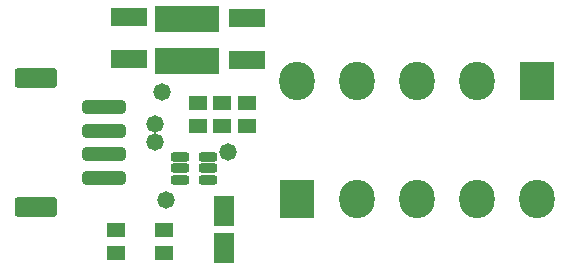
<source format=gbr>
G04*
G04 #@! TF.GenerationSoftware,Altium Limited,Altium Designer,23.0.1 (38)*
G04*
G04 Layer_Color=8388736*
%FSLAX25Y25*%
%MOIN*%
G70*
G04*
G04 #@! TF.SameCoordinates,522C3931-FE7E-4C40-AD20-8D3CB5E53036*
G04*
G04*
G04 #@! TF.FilePolarity,Negative*
G04*
G01*
G75*
G04:AMPARAMS|DCode=22|XSize=47.37mil|YSize=145.8mil|CornerRadius=13.84mil|HoleSize=0mil|Usage=FLASHONLY|Rotation=90.000|XOffset=0mil|YOffset=0mil|HoleType=Round|Shape=RoundedRectangle|*
%AMROUNDEDRECTD22*
21,1,0.04737,0.11811,0,0,90.0*
21,1,0.01968,0.14580,0,0,90.0*
1,1,0.02769,0.05906,0.00984*
1,1,0.02769,0.05906,-0.00984*
1,1,0.02769,-0.05906,-0.00984*
1,1,0.02769,-0.05906,0.00984*
%
%ADD22ROUNDEDRECTD22*%
G04:AMPARAMS|DCode=23|XSize=67.06mil|YSize=141.86mil|CornerRadius=11.38mil|HoleSize=0mil|Usage=FLASHONLY|Rotation=90.000|XOffset=0mil|YOffset=0mil|HoleType=Round|Shape=RoundedRectangle|*
%AMROUNDEDRECTD23*
21,1,0.06706,0.11909,0,0,90.0*
21,1,0.04429,0.14186,0,0,90.0*
1,1,0.02276,0.05955,0.02215*
1,1,0.02276,0.05955,-0.02215*
1,1,0.02276,-0.05955,-0.02215*
1,1,0.02276,-0.05955,0.02215*
%
%ADD23ROUNDEDRECTD23*%
%ADD24R,0.12217X0.06312*%
%ADD25R,0.06902X0.10052*%
%ADD26R,0.06115X0.04934*%
G04:AMPARAMS|DCode=27|XSize=61.94mil|YSize=31.23mil|CornerRadius=9.81mil|HoleSize=0mil|Usage=FLASHONLY|Rotation=180.000|XOffset=0mil|YOffset=0mil|HoleType=Round|Shape=RoundedRectangle|*
%AMROUNDEDRECTD27*
21,1,0.06194,0.01161,0,0,180.0*
21,1,0.04232,0.03123,0,0,180.0*
1,1,0.01961,-0.02116,0.00581*
1,1,0.01961,0.02116,0.00581*
1,1,0.01961,0.02116,-0.00581*
1,1,0.01961,-0.02116,-0.00581*
%
%ADD27ROUNDEDRECTD27*%
%ADD28R,0.21666X0.08674*%
%ADD29O,0.11800X0.12800*%
%ADD30R,0.11800X0.12800*%
%ADD31C,0.05800*%
D22*
X315438Y157746D02*
D03*
Y165620D02*
D03*
Y173494D02*
D03*
Y181368D02*
D03*
D23*
X292800Y148100D02*
D03*
Y191013D02*
D03*
D24*
X363300Y196913D02*
D03*
Y211087D02*
D03*
X323700Y197213D02*
D03*
Y211387D02*
D03*
D25*
X355500Y146799D02*
D03*
Y134201D02*
D03*
D26*
X363300Y174961D02*
D03*
Y182639D02*
D03*
X355000Y175061D02*
D03*
Y182739D02*
D03*
X346700Y182639D02*
D03*
Y174961D02*
D03*
X319500Y132661D02*
D03*
Y140339D02*
D03*
X335500D02*
D03*
Y132661D02*
D03*
D27*
X350106Y164640D02*
D03*
Y160900D02*
D03*
Y157160D02*
D03*
X340894D02*
D03*
Y160900D02*
D03*
Y164640D02*
D03*
D28*
X343100Y210590D02*
D03*
Y196810D02*
D03*
D29*
X419800Y150600D02*
D03*
X399800D02*
D03*
X439800D02*
D03*
X459800D02*
D03*
X380000Y190000D02*
D03*
X400000D02*
D03*
X440000D02*
D03*
X420000D02*
D03*
D30*
X379800Y150600D02*
D03*
X460000Y190000D02*
D03*
D31*
X356844Y166257D02*
D03*
X332630Y169801D02*
D03*
X332531Y175800D02*
D03*
X334800Y186400D02*
D03*
X336200Y150400D02*
D03*
M02*

</source>
